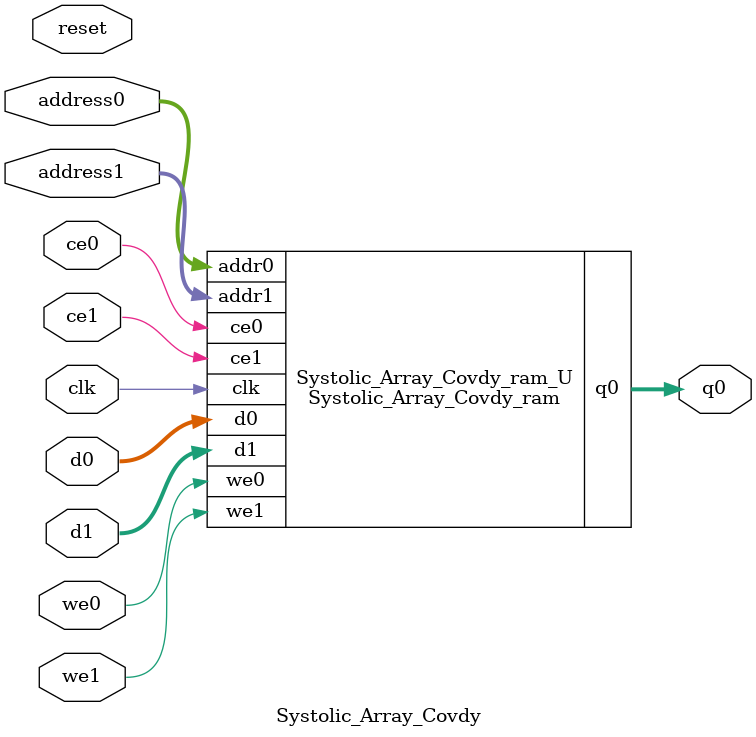
<source format=v>
`timescale 1 ns / 1 ps
module Systolic_Array_Covdy_ram (addr0, ce0, d0, we0, q0, addr1, ce1, d1, we1,  clk);

parameter DWIDTH = 32;
parameter AWIDTH = 9;
parameter MEM_SIZE = 500;

input[AWIDTH-1:0] addr0;
input ce0;
input[DWIDTH-1:0] d0;
input we0;
output reg[DWIDTH-1:0] q0;
input[AWIDTH-1:0] addr1;
input ce1;
input[DWIDTH-1:0] d1;
input we1;
input clk;

(* ram_style = "block" *)reg [DWIDTH-1:0] ram[0:MEM_SIZE-1];




always @(posedge clk)  
begin 
    if (ce0) begin
        if (we0) 
            ram[addr0] <= d0; 
        q0 <= ram[addr0];
    end
end


always @(posedge clk)  
begin 
    if (ce1) begin
        if (we1) 
            ram[addr1] <= d1; 
    end
end


endmodule

`timescale 1 ns / 1 ps
module Systolic_Array_Covdy(
    reset,
    clk,
    address0,
    ce0,
    we0,
    d0,
    q0,
    address1,
    ce1,
    we1,
    d1);

parameter DataWidth = 32'd32;
parameter AddressRange = 32'd500;
parameter AddressWidth = 32'd9;
input reset;
input clk;
input[AddressWidth - 1:0] address0;
input ce0;
input we0;
input[DataWidth - 1:0] d0;
output[DataWidth - 1:0] q0;
input[AddressWidth - 1:0] address1;
input ce1;
input we1;
input[DataWidth - 1:0] d1;



Systolic_Array_Covdy_ram Systolic_Array_Covdy_ram_U(
    .clk( clk ),
    .addr0( address0 ),
    .ce0( ce0 ),
    .we0( we0 ),
    .d0( d0 ),
    .q0( q0 ),
    .addr1( address1 ),
    .ce1( ce1 ),
    .we1( we1 ),
    .d1( d1 ));

endmodule


</source>
